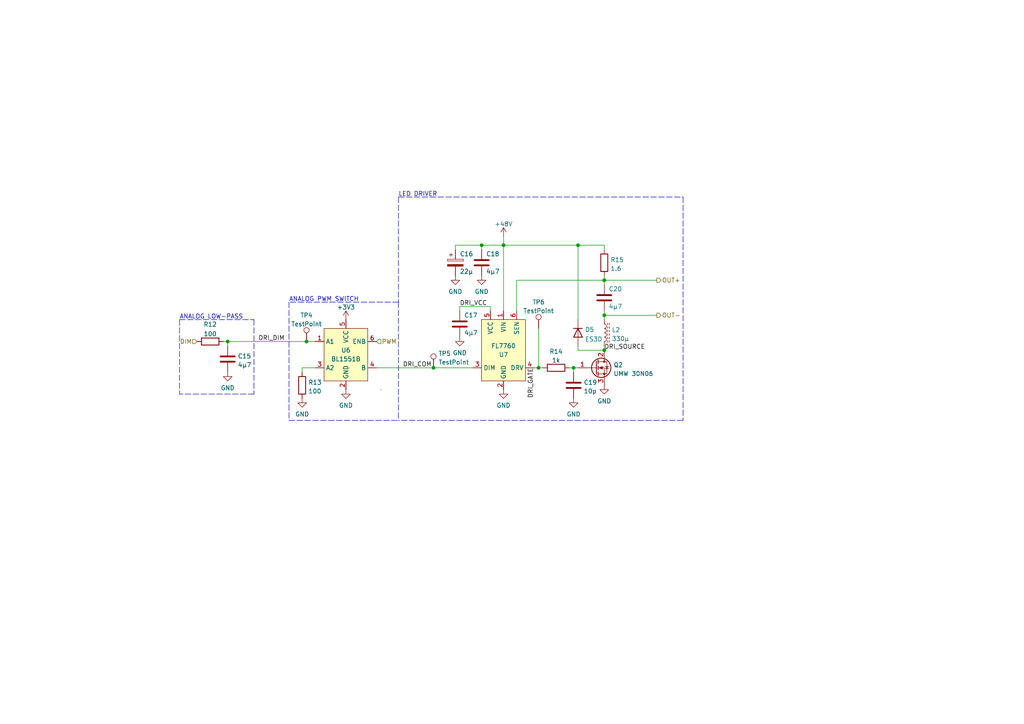
<source format=kicad_sch>
(kicad_sch (version 20211123) (generator eeschema)
  (paper "A4")
  (lib_symbols
    (symbol "Connector:TestPoint" (pin_numbers hide) (pin_names (offset 0.762) hide)
      (property "Reference" "TP" (at 0 6.858 0))
      (property "Value" "TestPoint" (at 0 5.08 0))
      (symbol "TestPoint_0_1"
        (circle (center 0 3.302) (radius 0.762))
      )
      (symbol "TestPoint_1_1"
        (pin passive line (at 0 0 90) (length 2.54) (name "1") (number "1"))
      )
    )
    (symbol "Device:C" (pin_numbers hide) (pin_names (offset 0.254))
      (property "Reference" "C" (at 0.635 2.54 0))
      (property "Value" "C" (at 0.635 -2.54 0))
      (symbol "C_0_1"
        (polyline (pts (xy -2.032 -0.762) (xy 2.032 -0.762)) (stroke (width 0.508)))
        (polyline (pts (xy -2.032 0.762) (xy 2.032 0.762)) (stroke (width 0.508)))
      )
      (symbol "C_1_1"
        (pin passive line (at 0 3.81 270) (length 2.794) (name "~") (number "1"))
        (pin passive line (at 0 -3.81 90) (length 2.794) (name "~") (number "2"))
      )
    )
    (symbol "Device:C_Polarized" (pin_numbers hide) (pin_names (offset 0.254))
      (property "Reference" "C" (at 0.635 2.54 0))
      (property "Value" "C_Polarized" (at 0.635 -2.54 0))
      (symbol "C_Polarized_0_1"
        (rectangle (start -2.286 0.508) (end 2.286 1.016))
        (polyline (pts (xy -1.778 2.286) (xy -0.762 2.286)))
        (polyline (pts (xy -1.27 2.794) (xy -1.27 1.778)))
        (rectangle (start 2.286 -0.508) (end -2.286 -1.016) (fill (type outline)))
      )
      (symbol "C_Polarized_1_1"
        (pin passive line (at 0 3.81 270) (length 2.794) (name "~") (number "1"))
        (pin passive line (at 0 -3.81 90) (length 2.794) (name "~") (number "2"))
      )
    )
    (symbol "Device:D" (pin_numbers hide) (pin_names (offset 1.016) hide)
      (property "Reference" "D" (at 0 2.54 0))
      (property "Value" "D" (at 0 -2.54 0))
      (symbol "D_0_1"
        (polyline (pts (xy -1.27 1.27) (xy -1.27 -1.27)) (stroke (width 0.254)))
        (polyline (pts (xy 1.27 0) (xy -1.27 0)))
        (polyline (pts (xy 1.27 1.27) (xy 1.27 -1.27) (xy -1.27 0) (xy 1.27 1.27)) (stroke (width 0.254)))
      )
      (symbol "D_1_1"
        (pin passive line (at -3.81 0 0) (length 2.54) (name "K") (number "1"))
        (pin passive line (at 3.81 0 180) (length 2.54) (name "A") (number "2"))
      )
    )
    (symbol "Device:L_Ferrite" (pin_numbers hide) (pin_names (offset 1.016) hide)
      (property "Reference" "L" (at -1.27 0 90))
      (property "Value" "L_Ferrite" (at 2.794 0 90))
      (symbol "L_Ferrite_0_1"
        (arc (start 0 -2.54) (mid 0.635 -1.905) (end 0 -1.27))
        (arc (start 0 -1.27) (mid 0.635 -0.635) (end 0 0))
        (polyline (pts (xy 1.016 -2.794) (xy 1.016 -2.286)))
        (polyline (pts (xy 1.016 -1.778) (xy 1.016 -1.27)))
        (polyline (pts (xy 1.016 -0.762) (xy 1.016 -0.254)))
        (polyline (pts (xy 1.016 0.254) (xy 1.016 0.762)))
        (polyline (pts (xy 1.016 1.27) (xy 1.016 1.778)))
        (polyline (pts (xy 1.016 2.286) (xy 1.016 2.794)))
        (polyline (pts (xy 1.524 -2.286) (xy 1.524 -2.794)))
        (polyline (pts (xy 1.524 -1.27) (xy 1.524 -1.778)))
        (polyline (pts (xy 1.524 -0.254) (xy 1.524 -0.762)))
        (polyline (pts (xy 1.524 0.762) (xy 1.524 0.254)))
        (polyline (pts (xy 1.524 1.778) (xy 1.524 1.27)))
        (polyline (pts (xy 1.524 2.794) (xy 1.524 2.286)))
        (arc (start 0 0) (mid 0.635 0.635) (end 0 1.27))
        (arc (start 0 1.27) (mid 0.635 1.905) (end 0 2.54))
      )
      (symbol "L_Ferrite_1_1"
        (pin passive line (at 0 3.81 270) (length 1.27) (name "1") (number "1"))
        (pin passive line (at 0 -3.81 90) (length 1.27) (name "2") (number "2"))
      )
    )
    (symbol "Device:Q_NMOS_GDS" (pin_names (offset 0) hide)
      (property "Reference" "Q" (at 5.08 1.27 0))
      (property "Value" "Q_NMOS_GDS" (at 5.08 -1.27 0))
      (symbol "Q_NMOS_GDS_0_1"
        (polyline (pts (xy 0.254 0) (xy -2.54 0)))
        (polyline (pts (xy 0.254 1.905) (xy 0.254 -1.905)) (stroke (width 0.254)))
        (polyline (pts (xy 0.762 -1.27) (xy 0.762 -2.286)) (stroke (width 0.254)))
        (polyline (pts (xy 0.762 0.508) (xy 0.762 -0.508)) (stroke (width 0.254)))
        (polyline (pts (xy 0.762 2.286) (xy 0.762 1.27)) (stroke (width 0.254)))
        (polyline (pts (xy 2.54 2.54) (xy 2.54 1.778)))
        (polyline (pts (xy 2.54 -2.54) (xy 2.54 0) (xy 0.762 0)))
        (polyline (pts (xy 0.762 -1.778) (xy 3.302 -1.778) (xy 3.302 1.778) (xy 0.762 1.778)))
        (polyline (pts (xy 1.016 0) (xy 2.032 0.381) (xy 2.032 -0.381) (xy 1.016 0)) (fill (type outline)))
        (polyline (pts (xy 2.794 0.508) (xy 2.921 0.381) (xy 3.683 0.381) (xy 3.81 0.254)))
        (polyline (pts (xy 3.302 0.381) (xy 2.921 -0.254) (xy 3.683 -0.254) (xy 3.302 0.381)))
        (circle (center 1.651 0) (radius 2.794) (stroke (width 0.254)))
        (circle (center 2.54 -1.778) (radius 0.254) (fill (type outline)))
        (circle (center 2.54 1.778) (radius 0.254) (fill (type outline)))
      )
      (symbol "Q_NMOS_GDS_1_1"
        (pin input line (at -5.08 0 0) (length 2.54) (name "G") (number "1"))
        (pin passive line (at 2.54 5.08 270) (length 2.54) (name "D") (number "2"))
        (pin passive line (at 2.54 -5.08 90) (length 2.54) (name "S") (number "3"))
      )
    )
    (symbol "Device:R" (pin_numbers hide) (pin_names (offset 0))
      (property "Reference" "R" (at 2.032 0 90))
      (property "Value" "R" (at 0 0 90))
      (symbol "R_0_1"
        (rectangle (start -1.016 -2.54) (end 1.016 2.54) (stroke (width 0.254)))
      )
      (symbol "R_1_1"
        (pin passive line (at 0 3.81 270) (length 1.27) (name "~") (number "1"))
        (pin passive line (at 0 -3.81 90) (length 1.27) (name "~") (number "2"))
      )
    )
    (symbol "Library:FL7760"
      (property "Reference" "U" (at 0 -1.27 0))
      (property "Value" "FL7760" (at 0 1.27 0))
      (symbol "FL7760_0_1"
        (rectangle (start -6.35 10.16) (end 6.35 -7.62) (stroke (width 0.1524)) (fill (type background)))
      )
      (symbol "FL7760_1_1"
        (pin input line (at 0 12.7 270) (length 2.54) (name "VIN") (number "1"))
        (pin input line (at 0 -10.16 90) (length 2.54) (name "GND") (number "2"))
        (pin input line (at -8.89 -3.81 0) (length 2.54) (name "DIM") (number "3"))
        (pin output line (at 8.89 -3.81 180) (length 2.54) (name "DRV") (number "4"))
        (pin input line (at -3.81 12.7 270) (length 2.54) (name "VCC") (number "5"))
        (pin input line (at 3.81 12.7 270) (length 2.54) (name "SEN") (number "6"))
      )
    )
    (symbol "library:BL1551B"
      (property "Reference" "U" (at 0 -1.27 0))
      (property "Value" "BL1551B" (at 0 1.27 0))
      (symbol "BL1551B_0_1"
        (rectangle (start 6.35 7.62) (end -6.35 -7.62) (stroke (width 0.1524)) (fill (type background)))
        (rectangle (start 10.16 -10.16) (end 10.16 -10.16) (stroke (width 0.1524)))
        (rectangle (start 10.16 -10.16) (end 10.16 -10.16) (stroke (width 0.1524)))
        (rectangle (start 10.16 -10.16) (end 10.16 -10.16) (stroke (width 0.1524)))
      )
      (symbol "BL1551B_1_1"
        (pin bidirectional line (at -8.89 3.81 0) (length 2.54) (name "A1") (number "1"))
        (pin power_in line (at 0 -10.16 90) (length 2.54) (name "GND") (number "2"))
        (pin bidirectional line (at -8.89 -3.81 0) (length 2.54) (name "A2") (number "3"))
        (pin bidirectional line (at 8.89 -3.81 180) (length 2.54) (name "B") (number "4"))
        (pin power_in line (at 0 10.16 270) (length 2.54) (name "VCC") (number "5"))
        (pin input line (at 8.89 3.81 180) (length 2.54) (name "ENB") (number "6"))
      )
    )
    (symbol "power:+3V3" (power) (pin_names (offset 0))
      (property "Value" "+3V3" (at 0 3.556 0))
      (symbol "+3V3_0_1"
        (polyline (pts (xy -0.762 1.27) (xy 0 2.54)))
        (polyline (pts (xy 0 0) (xy 0 2.54)))
        (polyline (pts (xy 0 2.54) (xy 0.762 1.27)))
      )
      (symbol "+3V3_1_1"
        (pin power_in line (at 0 0 90) (length 0) hide (name "+3V3") (number "1"))
      )
    )
    (symbol "power:+48V" (power) (pin_names (offset 0))
      (property "Value" "+48V" (at 0 3.556 0))
      (symbol "+48V_0_1"
        (polyline (pts (xy -0.762 1.27) (xy 0 2.54)))
        (polyline (pts (xy 0 0) (xy 0 2.54)))
        (polyline (pts (xy 0 2.54) (xy 0.762 1.27)))
      )
      (symbol "+48V_1_1"
        (pin power_in line (at 0 0 90) (length 0) hide (name "+48V") (number "1"))
      )
    )
    (symbol "power:GND" (power) (pin_names (offset 0))
      (property "Value" "GND" (at 0 -3.81 0))
      (symbol "GND_0_1"
        (polyline (pts (xy 0 0) (xy 0 -1.27) (xy 1.27 -1.27) (xy 0 -2.54) (xy -1.27 -1.27) (xy 0 -1.27)))
      )
      (symbol "GND_1_1"
        (pin power_in line (at 0 0 270) (length 0) hide (name "GND") (number "1"))
      )
    )
  )
  (junction (at 88.9 99.06))
  (junction (at 175.26 101.6))
  (junction (at 66.04 99.06))
  (junction (at 139.7 71.12))
  (junction (at 146.05 71.12))
  (junction (at 166.37 106.68))
  (junction (at 175.26 91.44))
  (junction (at 167.64 71.12))
  (junction (at 156.21 106.68))
  (junction (at 175.26 81.28))
  (junction (at 125.73 106.68))
  (wire (pts (xy 175.26 81.28) (xy 190.5 81.28)))
  (wire (pts (xy 146.05 71.12) (xy 146.05 90.17)))
  (polyline (pts (xy 198.12 57.15) (xy 198.12 121.92)))
  (wire (pts (xy 175.26 91.44) (xy 175.26 92.71)))
  (polyline (pts (xy 52.07 92.71) (xy 52.07 114.3)))
  (wire (pts (xy 165.1 106.68) (xy 166.37 106.68)))
  (polyline (pts (xy 73.66 114.3) (xy 52.07 114.3)))
  (wire (pts (xy 132.08 71.12) (xy 139.7 71.12)))
  (polyline (pts (xy 115.57 87.63) (xy 83.82 87.63)))
  (polyline (pts (xy 198.12 121.92) (xy 115.57 121.92)))
  (polyline (pts (xy 83.82 87.63) (xy 83.82 121.92)))
  (wire (pts (xy 87.63 106.68) (xy 87.63 107.95)))
  (wire (pts (xy 166.37 106.68) (xy 166.37 107.95)))
  (wire (pts (xy 149.86 81.28) (xy 149.86 90.17)))
  (wire (pts (xy 132.08 72.39) (xy 132.08 71.12)))
  (wire (pts (xy 125.73 106.68) (xy 137.16 106.68)))
  (wire (pts (xy 175.26 91.44) (xy 190.5 91.44)))
  (wire (pts (xy 149.86 81.28) (xy 175.26 81.28)))
  (wire (pts (xy 166.37 106.68) (xy 167.64 106.68)))
  (wire (pts (xy 154.94 106.68) (xy 156.21 106.68)))
  (wire (pts (xy 175.26 71.12) (xy 175.26 72.39)))
  (wire (pts (xy 66.04 99.06) (xy 64.77 99.06)))
  (wire (pts (xy 167.64 101.6) (xy 175.26 101.6)))
  (polyline (pts (xy 115.57 57.15) (xy 115.57 87.63)))
  (wire (pts (xy 88.9 99.06) (xy 91.44 99.06)))
  (wire (pts (xy 175.26 91.44) (xy 175.26 90.17)))
  (polyline (pts (xy 83.82 121.92) (xy 115.57 121.92)))
  (wire (pts (xy 109.22 106.68) (xy 125.73 106.68)))
  (polyline (pts (xy 115.57 57.15) (xy 198.12 57.15)))
  (wire (pts (xy 167.64 71.12) (xy 175.26 71.12)))
  (wire (pts (xy 175.26 80.01) (xy 175.26 81.28)))
  (wire (pts (xy 175.26 100.33) (xy 175.26 101.6)))
  (wire (pts (xy 146.05 68.58) (xy 146.05 71.12)))
  (wire (pts (xy 87.63 106.68) (xy 91.44 106.68)))
  (polyline (pts (xy 73.66 92.71) (xy 73.66 114.3)))
  (wire (pts (xy 156.21 106.68) (xy 157.48 106.68)))
  (wire (pts (xy 66.04 99.06) (xy 88.9 99.06)))
  (wire (pts (xy 142.24 90.17) (xy 142.24 88.9)))
  (wire (pts (xy 167.64 100.33) (xy 167.64 101.6)))
  (wire (pts (xy 139.7 72.39) (xy 139.7 71.12)))
  (wire (pts (xy 133.35 88.9) (xy 142.24 88.9)))
  (wire (pts (xy 156.21 95.25) (xy 156.21 106.68)))
  (wire (pts (xy 139.7 71.12) (xy 146.05 71.12)))
  (wire (pts (xy 133.35 88.9) (xy 133.35 90.17)))
  (wire (pts (xy 66.04 100.33) (xy 66.04 99.06)))
  (wire (pts (xy 175.26 82.55) (xy 175.26 81.28)))
  (wire (pts (xy 167.64 71.12) (xy 167.64 92.71)))
  (wire (pts (xy 146.05 71.12) (xy 167.64 71.12)))
  (polyline (pts (xy 115.57 87.63) (xy 115.57 121.92)))
  (polyline (pts (xy 52.07 92.71) (xy 73.66 92.71)))
  (text "ANALOG PWM SWITCH" (at 83.82 87.63 0) (effects (font (size 1.27 1.27)) (justify left bottom)))
  (text "ANALOG LOW-PASS" (at 52.07 92.71 0) (effects (font (size 1.27 1.27)) (justify left bottom)))
  (text "LED DRIVER" (at 115.57 57.15 0) (effects (font (size 1.27 1.27)) (justify left bottom)))
  (label "DRI_DIM" (at 74.93 99.06 0))
  (label "DRI_COM" (at 116.84 106.68 0))
  (label "DRI_VCC" (at 133.35 88.9 0))
  (label "DRI_SOURCE" (at 175.26 101.6 0))
  (label "DRI_GATE" (at 154.94 106.68 270))
  (hierarchical_label "OUT+" (shape output) (at 190.5 81.28 0))
  (hierarchical_label "PWM" (shape input) (at 109.22 99.06 0))
  (hierarchical_label "DIM" (shape input) (at 57.15 99.06 180))
  (hierarchical_label "OUT-" (shape output) (at 190.5 91.44 0))
  (symbol (lib_id "power:GND") (at 133.35 97.79 0) (unit 1)
    (property "Reference" "#PWR047" (effects hide))
    (property "Value" "GND" (at 133.35 102.3525 0))
  )
  (symbol (lib_id "Device:C") (at 175.26 86.36 0) (unit 1)
    (property "Reference" "C20" (at 176.53 83.82 0) (effects (justify left)))
    (property "Value" "4µ7" (at 176.53 88.9 0) (effects (justify left)))
    (property "Footprint" "Capacitor_SMD:C_0805_2012Metric" (effects hide))
  )
  (symbol (lib_id "Device:C") (at 133.35 93.98 0) (unit 1)
    (property "Reference" "C17" (at 134.62 91.44 0) (effects (justify left)))
    (property "Value" "4µ7" (at 134.62 96.52 0) (effects (justify left)))
    (property "Footprint" "Capacitor_SMD:C_0805_2012Metric" (effects hide))
  )
  (symbol (lib_id "Device:R") (at 87.63 111.76 0) (mirror y) (unit 1)
    (property "Reference" "R13" (at 89.408 110.9253 0) (effects (justify right)))
    (property "Value" "100" (at 89.408 113.4622 0) (effects (justify right)))
    (property "Footprint" "Resistor_SMD:R_0603_1608Metric" (effects hide))
  )
  (symbol (lib_id "Device:R") (at 175.26 76.2 0) (unit 1)
    (property "Reference" "R15" (at 177.038 75.3653 0) (effects (justify left)))
    (property "Value" "1.6" (at 177.038 77.9022 0) (effects (justify left)))
    (property "Footprint" "Resistor_SMD:R_1206_3216Metric" (effects hide))
  )
  (symbol (lib_id "power:GND") (at 66.04 107.95 0) (unit 1)
    (property "Reference" "#PWR042" (effects hide))
    (property "Value" "GND" (at 66.04 112.5125 0))
  )
  (symbol (lib_id "Connector:TestPoint") (at 88.9 99.06 0) (unit 1)
    (property "Reference" "TP4" (at 88.9 91.44 0))
    (property "Value" "TestPoint" (at 88.9 93.98 0))
    (property "Footprint" "TestPoint:TestPoint_Pad_D1.0mm" (effects hide))
  )
  (symbol (lib_id "Device:C") (at 66.04 104.14 0) (unit 1)
    (property "Reference" "C15" (at 68.961 103.3053 0) (effects (justify left)))
    (property "Value" "4µ7" (at 68.961 105.8422 0) (effects (justify left)))
    (property "Footprint" "Capacitor_SMD:C_0805_2012Metric" (effects hide))
  )
  (symbol (lib_id "power:+48V") (at 146.05 68.58 0) (unit 1)
    (property "Reference" "#PWR049" (effects hide))
    (property "Value" "+48V" (at 146.05 64.9755 0))
  )
  (symbol (lib_id "Connector:TestPoint") (at 125.73 106.68 0) (unit 1)
    (property "Reference" "TP5" (at 127.127 102.5433 0) (effects (justify left)))
    (property "Value" "TestPoint" (at 127.127 105.0802 0) (effects (justify left)))
    (property "Footprint" "TestPoint:TestPoint_Pad_D1.0mm" (effects hide))
  )
  (symbol (lib_id "Device:C_Polarized") (at 132.08 76.2 0) (unit 1)
    (property "Reference" "C16" (at 133.35 73.66 0) (effects (justify left)))
    (property "Value" "22µ" (at 133.35 78.74 0) (effects (justify left)))
    (property "Footprint" "Capacitor_SMD:CP_Elec_6.3x4.5" (effects hide))
  )
  (symbol (lib_id "power:GND") (at 175.26 111.76 0) (unit 1)
    (property "Reference" "#PWR052" (effects hide))
    (property "Value" "GND" (at 175.26 116.3225 0))
  )
  (symbol (lib_id "Device:Q_NMOS_GDS") (at 172.72 106.68 0) (unit 1)
    (property "Reference" "Q2" (at 177.927 105.8453 0) (effects (justify left)))
    (property "Value" "UMW 30N06" (at 177.927 108.3822 0) (effects (justify left)))
    (property "Footprint" "Package_TO_SOT_SMD:TO-252-2" (effects hide))
  )
  (symbol (lib_id "power:GND") (at 166.37 115.57 0) (unit 1)
    (property "Reference" "#PWR040" (effects hide))
    (property "Value" "GND" (at 166.37 120.1325 0))
  )
  (symbol (lib_id "Device:D") (at 167.64 96.52 270) (unit 1)
    (property "Reference" "D5" (at 169.672 95.6115 90) (effects (justify left)))
    (property "Value" "ES3D" (at 169.672 98.3866 90) (effects (justify left)))
    (property "Footprint" "Diode_SMD:D_SMB" (effects hide))
  )
  (symbol (lib_id "Connector:TestPoint") (at 156.21 95.25 0) (unit 1)
    (property "Reference" "TP6" (at 156.21 87.63 0))
    (property "Value" "TestPoint" (at 156.21 90.17 0))
    (property "Footprint" "TestPoint:TestPoint_Pad_D1.0mm" (effects hide))
  )
  (symbol (lib_id "Device:R") (at 60.96 99.06 90) (unit 1)
    (property "Reference" "R12" (at 60.96 94.0775 90))
    (property "Value" "100" (at 60.96 96.8526 90))
    (property "Footprint" "Resistor_SMD:R_0603_1608Metric" (effects hide))
  )
  (symbol (lib_id "library:BL1551B") (at 100.33 102.87 0) (unit 1)
    (property "Reference" "U6" (at 100.33 101.6 0))
    (property "Value" "BL1551B" (at 100.33 104.14 0))
    (property "Footprint" "Package_TO_SOT_SMD:SOT-363_SC-70-6" (effects hide))
    (property "LCSC" "C2944066" (effects hide))
  )
  (symbol (lib_id "power:GND") (at 100.33 113.03 0) (unit 1)
    (property "Reference" "#PWR045" (effects hide))
    (property "Value" "GND" (at 100.33 117.5925 0))
  )
  (symbol (lib_id "power:GND") (at 132.08 80.01 0) (unit 1)
    (property "Reference" "#PWR046" (effects hide))
    (property "Value" "GND" (at 132.08 84.5725 0))
  )
  (symbol (lib_id "power:GND") (at 87.63 115.57 0) (mirror y) (unit 1)
    (property "Reference" "#PWR043" (effects hide))
    (property "Value" "GND" (at 87.63 120.1325 0))
  )
  (symbol (lib_id "Device:L_Ferrite") (at 175.26 96.52 0) (unit 1)
    (property "Reference" "L2" (at 177.419 95.6853 0) (effects (justify left)))
    (property "Value" "330µ" (at 177.419 98.2222 0) (effects (justify left)))
    (property "Footprint" "Inductor_SMD:L_12x12mm_H8mm" (effects hide))
  )
  (symbol (lib_id "power:GND") (at 139.7 80.01 0) (unit 1)
    (property "Reference" "#PWR048" (effects hide))
    (property "Value" "GND" (at 139.7 84.5725 0))
  )
  (symbol (lib_id "power:+3V3") (at 100.33 92.71 0) (unit 1)
    (property "Reference" "#PWR044" (effects hide))
    (property "Value" "+3V3" (at 100.33 89.1055 0))
  )
  (symbol (lib_id "Library:FL7760") (at 146.05 102.87 0) (unit 1)
    (property "Reference" "U7" (at 146.05 102.87 0))
    (property "Value" "FL7760" (at 146.05 100.33 0))
    (property "Footprint" "Package_TO_SOT_SMD:SOT-23-6" (effects hide))
    (property "LCSC" "C367387" (effects hide))
  )
  (symbol (lib_id "Device:C") (at 139.7 76.2 0) (unit 1)
    (property "Reference" "C18" (at 140.97 73.66 0) (effects (justify left)))
    (property "Value" "4µ7" (at 140.97 78.74 0) (effects (justify left)))
    (property "Footprint" "Capacitor_SMD:C_0805_2012Metric" (effects hide))
  )
  (symbol (lib_id "power:GND") (at 146.05 113.03 0) (unit 1)
    (property "Reference" "#PWR050" (effects hide))
    (property "Value" "GND" (at 146.05 117.5925 0))
  )
  (symbol (lib_id "Device:C") (at 166.37 111.76 0) (unit 1)
    (property "Reference" "C19" (at 169.291 110.9253 0) (effects (justify left)))
    (property "Value" "10p" (at 169.291 113.4622 0) (effects (justify left)))
    (property "Footprint" "Capacitor_SMD:C_0603_1608Metric" (effects hide))
  )
  (symbol (lib_id "Device:R") (at 161.29 106.68 90) (unit 1)
    (property "Reference" "R14" (at 161.29 101.9642 90))
    (property "Value" "1k" (at 161.29 104.5011 90))
    (property "Footprint" "Resistor_SMD:R_0603_1608Metric" (effects hide))
  )
)
</source>
